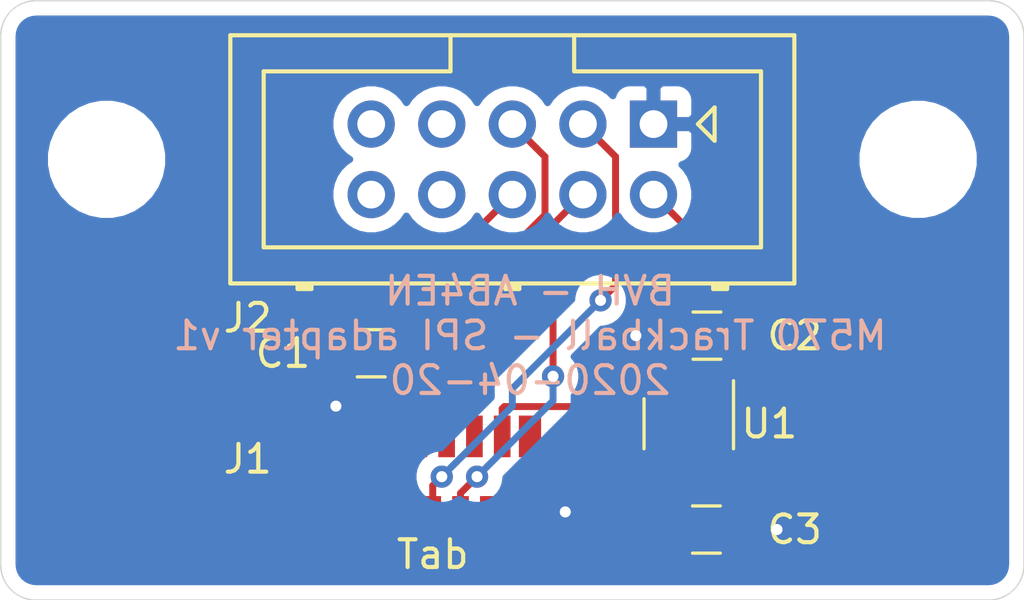
<source format=kicad_pcb>
(kicad_pcb (version 20171130) (host pcbnew 5.1.5-52549c5~86~ubuntu18.04.1)

  (general
    (thickness 1.6)
    (drawings 9)
    (tracks 73)
    (zones 0)
    (modules 8)
    (nets 9)
  )

  (page A4)
  (layers
    (0 F.Cu signal)
    (31 B.Cu signal)
    (32 B.Adhes user)
    (33 F.Adhes user)
    (34 B.Paste user)
    (35 F.Paste user)
    (36 B.SilkS user)
    (37 F.SilkS user)
    (38 B.Mask user)
    (39 F.Mask user)
    (40 Dwgs.User user)
    (41 Cmts.User user)
    (42 Eco1.User user)
    (43 Eco2.User user)
    (44 Edge.Cuts user)
    (45 Margin user)
    (46 B.CrtYd user)
    (47 F.CrtYd user)
    (48 B.Fab user)
    (49 F.Fab user hide)
  )

  (setup
    (last_trace_width 0.25)
    (trace_clearance 0.2)
    (zone_clearance 0.508)
    (zone_45_only no)
    (trace_min 0.2)
    (via_size 0.8)
    (via_drill 0.4)
    (via_min_size 0.4)
    (via_min_drill 0.3)
    (uvia_size 0.3)
    (uvia_drill 0.1)
    (uvias_allowed no)
    (uvia_min_size 0.2)
    (uvia_min_drill 0.1)
    (edge_width 0.05)
    (segment_width 0.2)
    (pcb_text_width 0.3)
    (pcb_text_size 1.5 1.5)
    (mod_edge_width 0.12)
    (mod_text_size 1 1)
    (mod_text_width 0.15)
    (pad_size 1.524 1.524)
    (pad_drill 0.762)
    (pad_to_mask_clearance 0.051)
    (solder_mask_min_width 0.25)
    (aux_axis_origin 0 0)
    (visible_elements FFFFFF7F)
    (pcbplotparams
      (layerselection 0x010fc_ffffffff)
      (usegerberextensions false)
      (usegerberattributes false)
      (usegerberadvancedattributes false)
      (creategerberjobfile false)
      (excludeedgelayer true)
      (linewidth 0.100000)
      (plotframeref false)
      (viasonmask false)
      (mode 1)
      (useauxorigin false)
      (hpglpennumber 1)
      (hpglpenspeed 20)
      (hpglpendiameter 15.000000)
      (psnegative false)
      (psa4output false)
      (plotreference true)
      (plotvalue true)
      (plotinvisibletext false)
      (padsonsilk false)
      (subtractmaskfromsilk false)
      (outputformat 1)
      (mirror false)
      (drillshape 1)
      (scaleselection 1)
      (outputdirectory ""))
  )

  (net 0 "")
  (net 1 "Net-(C1-Pad1)")
  (net 2 GND)
  (net 3 +3V3)
  (net 4 VDD)
  (net 5 ~SS)
  (net 6 MOSI)
  (net 7 SCK)
  (net 8 MISO)

  (net_class Default "This is the default net class."
    (clearance 0.2)
    (trace_width 0.25)
    (via_dia 0.8)
    (via_drill 0.4)
    (uvia_dia 0.3)
    (uvia_drill 0.1)
    (add_net +3V3)
    (add_net GND)
    (add_net MISO)
    (add_net MOSI)
    (add_net "Net-(C1-Pad1)")
    (add_net "Net-(J1-Pad10)")
    (add_net "Net-(J1-Pad2)")
    (add_net "Net-(J2-Pad10)")
    (add_net "Net-(J2-Pad7)")
    (add_net "Net-(J2-Pad8)")
    (add_net "Net-(J2-Pad9)")
    (add_net "Net-(U1-Pad4)")
    (add_net SCK)
    (add_net VDD)
    (add_net ~SS)
  )

  (module Mounting_Holes:MountingHole_3.2mm_M3 (layer F.Cu) (tedit 56D1B4CB) (tstamp 5E9E53DC)
    (at 159.385 120.65)
    (descr "Mounting Hole 3.2mm, no annular, M3")
    (tags "mounting hole 3.2mm no annular m3")
    (attr virtual)
    (fp_text reference REF** (at 0 -4.2) (layer F.SilkS) hide
      (effects (font (size 1 1) (thickness 0.15)))
    )
    (fp_text value MountingHole_3.2mm_M3 (at 0 4.2) (layer F.Fab)
      (effects (font (size 1 1) (thickness 0.15)))
    )
    (fp_circle (center 0 0) (end 3.45 0) (layer F.CrtYd) (width 0.05))
    (fp_circle (center 0 0) (end 3.2 0) (layer Cmts.User) (width 0.15))
    (fp_text user %R (at 0.3 0) (layer F.Fab)
      (effects (font (size 1 1) (thickness 0.15)))
    )
    (pad 1 np_thru_hole circle (at 0 0) (size 3.2 3.2) (drill 3.2) (layers *.Cu *.Mask))
  )

  (module Mounting_Holes:MountingHole_3.2mm_M3 (layer F.Cu) (tedit 56D1B4CB) (tstamp 5E9E53BB)
    (at 130.175 120.65)
    (descr "Mounting Hole 3.2mm, no annular, M3")
    (tags "mounting hole 3.2mm no annular m3")
    (attr virtual)
    (fp_text reference REF** (at 0 -4.2) (layer F.SilkS) hide
      (effects (font (size 1 1) (thickness 0.15)))
    )
    (fp_text value MountingHole_3.2mm_M3 (at 0 4.2) (layer F.Fab)
      (effects (font (size 1 1) (thickness 0.15)))
    )
    (fp_text user %R (at 0.3 0) (layer F.Fab)
      (effects (font (size 1 1) (thickness 0.15)))
    )
    (fp_circle (center 0 0) (end 3.2 0) (layer Cmts.User) (width 0.15))
    (fp_circle (center 0 0) (end 3.45 0) (layer F.CrtYd) (width 0.05))
    (pad 1 np_thru_hole circle (at 0 0) (size 3.2 3.2) (drill 3.2) (layers *.Cu *.Mask))
  )

  (module "Voltage Regulators:SOT-23-5" (layer F.Cu) (tedit 58CE4E7E) (tstamp 5E9E51B8)
    (at 151.13 130.175 270)
    (descr "5-pin SOT25 package")
    (tags SOT-25)
    (path /5E9EF162)
    (attr smd)
    (fp_text reference U1 (at 0 -2.9 180) (layer F.SilkS)
      (effects (font (size 1 1) (thickness 0.15)))
    )
    (fp_text value TLV70022_SOT23-5 (at 0 2.9 90) (layer F.Fab)
      (effects (font (size 1 1) (thickness 0.15)))
    )
    (fp_line (start 0.9 -1.55) (end 0.9 1.55) (layer F.Fab) (width 0.1))
    (fp_line (start 0.9 1.55) (end -0.9 1.55) (layer F.Fab) (width 0.1))
    (fp_line (start -0.9 -0.9) (end -0.9 1.55) (layer F.Fab) (width 0.1))
    (fp_line (start 0.9 -1.55) (end -0.25 -1.55) (layer F.Fab) (width 0.1))
    (fp_line (start -0.9 -0.9) (end -0.25 -1.55) (layer F.Fab) (width 0.1))
    (fp_line (start -1.9 1.8) (end -1.9 -1.8) (layer F.CrtYd) (width 0.05))
    (fp_line (start 1.9 1.8) (end -1.9 1.8) (layer F.CrtYd) (width 0.05))
    (fp_line (start 1.9 -1.8) (end 1.9 1.8) (layer F.CrtYd) (width 0.05))
    (fp_line (start -1.9 -1.8) (end 1.9 -1.8) (layer F.CrtYd) (width 0.05))
    (fp_line (start 0.9 -1.61) (end -1.55 -1.61) (layer F.SilkS) (width 0.12))
    (fp_line (start -0.9 1.61) (end 0.9 1.61) (layer F.SilkS) (width 0.12))
    (fp_text user %R (at 0 0) (layer F.Fab)
      (effects (font (size 0.5 0.5) (thickness 0.075)))
    )
    (pad 5 smd rect (at 1.1 -0.95 270) (size 1.06 0.65) (layers F.Cu F.Paste F.Mask)
      (net 4 VDD))
    (pad 4 smd rect (at 1.1 0.95 270) (size 1.06 0.65) (layers F.Cu F.Paste F.Mask))
    (pad 3 smd rect (at -1.1 0.95 270) (size 1.06 0.65) (layers F.Cu F.Paste F.Mask)
      (net 3 +3V3))
    (pad 2 smd rect (at -1.1 0 270) (size 1.06 0.65) (layers F.Cu F.Paste F.Mask)
      (net 2 GND))
    (pad 1 smd rect (at -1.1 -0.95 270) (size 1.06 0.65) (layers F.Cu F.Paste F.Mask)
      (net 3 +3V3))
    (model ${KISYS3DMOD}/TO_SOT_Packages_SMD.3dshapes/SOT-23-5.wrl
      (at (xyz 0 0 0))
      (scale (xyz 1 1 1))
      (rotate (xyz 0 0 0))
    )
  )

  (module Connectors_Multicomp:Multicomp_MC9A12-1034_2x05x2.54mm_Straight (layer F.Cu) (tedit 56C61E6B) (tstamp 5E9E565F)
    (at 149.86 119.38 180)
    (descr http://www.farnell.com/datasheets/1520732.pdf)
    (tags "connector multicomp MC9A MC9A12")
    (path /5E9F6266)
    (fp_text reference J2 (at 14.605 -6.985) (layer F.SilkS)
      (effects (font (size 1 1) (thickness 0.15)))
    )
    (fp_text value Conn_02x05_Odd_Even (at 5.08 5) (layer F.Fab)
      (effects (font (size 1 1) (thickness 0.15)))
    )
    (fp_line (start -5.07 3.2) (end -5.07 -5.74) (layer F.SilkS) (width 0.15))
    (fp_line (start -5.07 -5.74) (end 15.23 -5.74) (layer F.SilkS) (width 0.15))
    (fp_line (start 15.23 -5.74) (end 15.23 3.2) (layer F.SilkS) (width 0.15))
    (fp_line (start 15.23 3.2) (end -5.07 3.2) (layer F.SilkS) (width 0.15))
    (fp_line (start 2.855 3.2) (end 2.855 1.9) (layer F.SilkS) (width 0.15))
    (fp_line (start 2.855 1.9) (end -3.87 1.9) (layer F.SilkS) (width 0.15))
    (fp_line (start -3.87 1.9) (end -3.87 -4.44) (layer F.SilkS) (width 0.15))
    (fp_line (start -3.87 -4.44) (end 14.03 -4.44) (layer F.SilkS) (width 0.15))
    (fp_line (start 14.03 -4.44) (end 14.03 1.9) (layer F.SilkS) (width 0.15))
    (fp_line (start 14.03 1.9) (end 7.305 1.9) (layer F.SilkS) (width 0.15))
    (fp_line (start 7.305 1.9) (end 7.305 3.2) (layer F.SilkS) (width 0.15))
    (fp_line (start 4.83 -5.74) (end 4.83 -5.94) (layer F.SilkS) (width 0.15))
    (fp_line (start 4.83 -5.94) (end 5.33 -5.94) (layer F.SilkS) (width 0.15))
    (fp_line (start 5.33 -5.94) (end 5.33 -5.74) (layer F.SilkS) (width 0.15))
    (fp_line (start 4.83 -5.84) (end 5.33 -5.84) (layer F.SilkS) (width 0.15))
    (fp_line (start 12.31 -5.74) (end 12.31 -5.94) (layer F.SilkS) (width 0.15))
    (fp_line (start 12.31 -5.94) (end 12.81 -5.94) (layer F.SilkS) (width 0.15))
    (fp_line (start 12.81 -5.94) (end 12.81 -5.74) (layer F.SilkS) (width 0.15))
    (fp_line (start 12.31 -5.84) (end 12.81 -5.84) (layer F.SilkS) (width 0.15))
    (fp_line (start -2.65 -5.74) (end -2.65 -5.94) (layer F.SilkS) (width 0.15))
    (fp_line (start -2.65 -5.94) (end -2.15 -5.94) (layer F.SilkS) (width 0.15))
    (fp_line (start -2.15 -5.94) (end -2.15 -5.74) (layer F.SilkS) (width 0.15))
    (fp_line (start -2.65 -5.84) (end -2.15 -5.84) (layer F.SilkS) (width 0.15))
    (fp_line (start -2.2 0.6) (end -2.2 -0.6) (layer F.SilkS) (width 0.15))
    (fp_line (start -2.2 -0.6) (end -1.6 0) (layer F.SilkS) (width 0.15))
    (fp_line (start -1.6 0) (end -2.2 0.6) (layer F.SilkS) (width 0.15))
    (fp_line (start -5.55 3.7) (end -5.55 -6.25) (layer F.CrtYd) (width 0.05))
    (fp_line (start -5.55 -6.25) (end 15.75 -6.25) (layer F.CrtYd) (width 0.05))
    (fp_line (start 15.75 -6.25) (end 15.75 3.7) (layer F.CrtYd) (width 0.05))
    (fp_line (start 15.75 3.7) (end -5.55 3.7) (layer F.CrtYd) (width 0.05))
    (pad 1 thru_hole rect (at 0 0 180) (size 1.7 1.7) (drill 1) (layers *.Cu *.Mask)
      (net 2 GND))
    (pad 2 thru_hole circle (at 0 -2.54 180) (size 1.7 1.7) (drill 1) (layers *.Cu *.Mask)
      (net 3 +3V3))
    (pad 3 thru_hole circle (at 2.54 0 180) (size 1.7 1.7) (drill 1) (layers *.Cu *.Mask)
      (net 5 ~SS))
    (pad 4 thru_hole circle (at 2.54 -2.54 180) (size 1.7 1.7) (drill 1) (layers *.Cu *.Mask)
      (net 6 MOSI))
    (pad 5 thru_hole circle (at 5.08 0 180) (size 1.7 1.7) (drill 1) (layers *.Cu *.Mask)
      (net 8 MISO))
    (pad 6 thru_hole circle (at 5.08 -2.54 180) (size 1.7 1.7) (drill 1) (layers *.Cu *.Mask)
      (net 7 SCK))
    (pad 7 thru_hole circle (at 7.62 0 180) (size 1.7 1.7) (drill 1) (layers *.Cu *.Mask))
    (pad 8 thru_hole circle (at 7.62 -2.54 180) (size 1.7 1.7) (drill 1) (layers *.Cu *.Mask))
    (pad 9 thru_hole circle (at 10.16 0 180) (size 1.7 1.7) (drill 1) (layers *.Cu *.Mask))
    (pad 10 thru_hole circle (at 10.16 -2.54 180) (size 1.7 1.7) (drill 1) (layers *.Cu *.Mask))
  )

  (module FPC_Connectors:Molex_WM10984CT-ND (layer F.Cu) (tedit 5DD6A805) (tstamp 5E9E4B74)
    (at 145.415 132.08 180)
    (path /5E9E5530)
    (fp_text reference J1 (at 10.16 0.635 180) (layer F.SilkS)
      (effects (font (size 1 1) (thickness 0.15)))
    )
    (fp_text value WM10984CT (at 3.5 -2.9) (layer F.Fab)
      (effects (font (size 1 1) (thickness 0.15)))
    )
    (fp_line (start 9.2 1.7) (end 8.2 1.7) (layer Dwgs.User) (width 0.12))
    (fp_line (start 9.2 -2.3) (end 9.2 1.7) (layer Dwgs.User) (width 0.12))
    (fp_line (start 8 -3.5) (end 9.2 -2.3) (layer Dwgs.User) (width 0.12))
    (fp_line (start -2 -3.5) (end 8 -3.5) (layer Dwgs.User) (width 0.12))
    (fp_line (start -3.1 -2.4) (end -2 -3.5) (layer Dwgs.User) (width 0.12))
    (fp_line (start -3.1 1.7) (end -3.1 -2.4) (layer Dwgs.User) (width 0.12))
    (fp_line (start -1.7 1.7) (end -3.1 1.7) (layer Dwgs.User) (width 0.12))
    (fp_text user Tab (at 3.5 -2.8) (layer F.SilkS)
      (effects (font (size 1 1) (thickness 0.15)))
    )
    (fp_line (start 8.2 1.7) (end -1.7 1.7) (layer Dwgs.User) (width 0.15))
    (fp_line (start -1.7 -1.7) (end 8.2 -1.7) (layer Dwgs.User) (width 0.15))
    (fp_line (start 8.2 -1.7) (end 8.2 1.7) (layer Dwgs.User) (width 0.15))
    (fp_line (start -1.7 -1.7) (end -1.7 1.7) (layer Dwgs.User) (width 0.15))
    (pad 11 smd rect (at 6.5 1.45 180) (size 0.8 1.5) (layers F.Cu F.Paste F.Mask)
      (net 2 GND))
    (pad 11 smd rect (at 6.5 -1.45 180) (size 0.8 1.5) (layers F.Cu F.Paste F.Mask)
      (net 2 GND))
    (pad 10 smd rect (at 5.5 -1.45 180) (size 0.6 1.5) (layers F.Cu F.Paste F.Mask))
    (pad 8 smd rect (at 4.5 -1.45 180) (size 0.6 1.5) (layers F.Cu F.Paste F.Mask)
      (net 2 GND))
    (pad 6 smd rect (at 3.5 -1.45 180) (size 0.6 1.5) (layers F.Cu F.Paste F.Mask)
      (net 5 ~SS))
    (pad 4 smd rect (at 2.5 -1.45 180) (size 0.6 1.5) (layers F.Cu F.Paste F.Mask)
      (net 6 MOSI))
    (pad 2 smd rect (at 1.5 -1.45 180) (size 0.6 1.5) (layers F.Cu F.Paste F.Mask))
    (pad 9 smd rect (at 5 1.45 180) (size 0.6 1.5) (layers F.Cu F.Paste F.Mask)
      (net 2 GND))
    (pad 7 smd rect (at 4 1.45 180) (size 0.6 1.5) (layers F.Cu F.Paste F.Mask)
      (net 1 "Net-(C1-Pad1)"))
    (pad 5 smd rect (at 3 1.45 180) (size 0.6 1.5) (layers F.Cu F.Paste F.Mask)
      (net 7 SCK))
    (pad 3 smd rect (at 2 1.45 180) (size 0.6 1.5) (layers F.Cu F.Paste F.Mask)
      (net 8 MISO))
    (pad 1 smd rect (at 1 1.45 180) (size 0.6 1.5) (layers F.Cu F.Paste F.Mask)
      (net 4 VDD))
    (pad 11 smd rect (at 0 1.45 180) (size 0.8 1.5) (layers F.Cu F.Paste F.Mask)
      (net 2 GND))
    (pad 11 smd rect (at 0 -1.45 180) (size 0.8 1.5) (layers F.Cu F.Paste F.Mask)
      (net 2 GND))
  )

  (module Capacitors_SMD:C_0805_HandSoldering (layer F.Cu) (tedit 58AA84A8) (tstamp 5E9E4B56)
    (at 151.765 133.985)
    (descr "Capacitor SMD 0805, hand soldering")
    (tags "capacitor 0805")
    (path /5E9F25D8)
    (attr smd)
    (fp_text reference C3 (at 3.175 0) (layer F.SilkS)
      (effects (font (size 1 1) (thickness 0.15)))
    )
    (fp_text value 0.1uF (at 0 1.75) (layer F.Fab)
      (effects (font (size 1 1) (thickness 0.15)))
    )
    (fp_text user %R (at 0 -1.75) (layer F.Fab)
      (effects (font (size 1 1) (thickness 0.15)))
    )
    (fp_line (start -1 0.62) (end -1 -0.62) (layer F.Fab) (width 0.1))
    (fp_line (start 1 0.62) (end -1 0.62) (layer F.Fab) (width 0.1))
    (fp_line (start 1 -0.62) (end 1 0.62) (layer F.Fab) (width 0.1))
    (fp_line (start -1 -0.62) (end 1 -0.62) (layer F.Fab) (width 0.1))
    (fp_line (start 0.5 -0.85) (end -0.5 -0.85) (layer F.SilkS) (width 0.12))
    (fp_line (start -0.5 0.85) (end 0.5 0.85) (layer F.SilkS) (width 0.12))
    (fp_line (start -2.25 -0.88) (end 2.25 -0.88) (layer F.CrtYd) (width 0.05))
    (fp_line (start -2.25 -0.88) (end -2.25 0.87) (layer F.CrtYd) (width 0.05))
    (fp_line (start 2.25 0.87) (end 2.25 -0.88) (layer F.CrtYd) (width 0.05))
    (fp_line (start 2.25 0.87) (end -2.25 0.87) (layer F.CrtYd) (width 0.05))
    (pad 1 smd rect (at -1.25 0) (size 1.5 1.25) (layers F.Cu F.Paste F.Mask)
      (net 4 VDD))
    (pad 2 smd rect (at 1.25 0) (size 1.5 1.25) (layers F.Cu F.Paste F.Mask)
      (net 2 GND))
    (model Capacitors_SMD.3dshapes/C_0805.wrl
      (at (xyz 0 0 0))
      (scale (xyz 1 1 1))
      (rotate (xyz 0 0 0))
    )
  )

  (module Capacitors_SMD:C_0805_HandSoldering (layer F.Cu) (tedit 58AA84A8) (tstamp 5E9E4B53)
    (at 151.785 127 180)
    (descr "Capacitor SMD 0805, hand soldering")
    (tags "capacitor 0805")
    (path /5E9F3091)
    (attr smd)
    (fp_text reference C2 (at -3.155 0) (layer F.SilkS)
      (effects (font (size 1 1) (thickness 0.15)))
    )
    (fp_text value 0.1uF (at 0 1.75) (layer F.Fab)
      (effects (font (size 1 1) (thickness 0.15)))
    )
    (fp_text user %R (at 0 -1.75) (layer F.Fab)
      (effects (font (size 1 1) (thickness 0.15)))
    )
    (fp_line (start -1 0.62) (end -1 -0.62) (layer F.Fab) (width 0.1))
    (fp_line (start 1 0.62) (end -1 0.62) (layer F.Fab) (width 0.1))
    (fp_line (start 1 -0.62) (end 1 0.62) (layer F.Fab) (width 0.1))
    (fp_line (start -1 -0.62) (end 1 -0.62) (layer F.Fab) (width 0.1))
    (fp_line (start 0.5 -0.85) (end -0.5 -0.85) (layer F.SilkS) (width 0.12))
    (fp_line (start -0.5 0.85) (end 0.5 0.85) (layer F.SilkS) (width 0.12))
    (fp_line (start -2.25 -0.88) (end 2.25 -0.88) (layer F.CrtYd) (width 0.05))
    (fp_line (start -2.25 -0.88) (end -2.25 0.87) (layer F.CrtYd) (width 0.05))
    (fp_line (start 2.25 0.87) (end 2.25 -0.88) (layer F.CrtYd) (width 0.05))
    (fp_line (start 2.25 0.87) (end -2.25 0.87) (layer F.CrtYd) (width 0.05))
    (pad 1 smd rect (at -1.25 0 180) (size 1.5 1.25) (layers F.Cu F.Paste F.Mask)
      (net 3 +3V3))
    (pad 2 smd rect (at 1.25 0 180) (size 1.5 1.25) (layers F.Cu F.Paste F.Mask)
      (net 2 GND))
    (model Capacitors_SMD.3dshapes/C_0805.wrl
      (at (xyz 0 0 0))
      (scale (xyz 1 1 1))
      (rotate (xyz 0 0 0))
    )
  )

  (module Capacitors_SMD:C_0805_HandSoldering (layer F.Cu) (tedit 58AA84A8) (tstamp 5E9E4B50)
    (at 139.7 127.635 180)
    (descr "Capacitor SMD 0805, hand soldering")
    (tags "capacitor 0805")
    (path /5E9E6C87)
    (attr smd)
    (fp_text reference C1 (at 3.175 0) (layer F.SilkS)
      (effects (font (size 1 1) (thickness 0.15)))
    )
    (fp_text value 0.1uF (at 0 1.75) (layer F.Fab)
      (effects (font (size 1 1) (thickness 0.15)))
    )
    (fp_text user %R (at 0 -1.75) (layer F.Fab)
      (effects (font (size 1 1) (thickness 0.15)))
    )
    (fp_line (start -1 0.62) (end -1 -0.62) (layer F.Fab) (width 0.1))
    (fp_line (start 1 0.62) (end -1 0.62) (layer F.Fab) (width 0.1))
    (fp_line (start 1 -0.62) (end 1 0.62) (layer F.Fab) (width 0.1))
    (fp_line (start -1 -0.62) (end 1 -0.62) (layer F.Fab) (width 0.1))
    (fp_line (start 0.5 -0.85) (end -0.5 -0.85) (layer F.SilkS) (width 0.12))
    (fp_line (start -0.5 0.85) (end 0.5 0.85) (layer F.SilkS) (width 0.12))
    (fp_line (start -2.25 -0.88) (end 2.25 -0.88) (layer F.CrtYd) (width 0.05))
    (fp_line (start -2.25 -0.88) (end -2.25 0.87) (layer F.CrtYd) (width 0.05))
    (fp_line (start 2.25 0.87) (end 2.25 -0.88) (layer F.CrtYd) (width 0.05))
    (fp_line (start 2.25 0.87) (end -2.25 0.87) (layer F.CrtYd) (width 0.05))
    (pad 1 smd rect (at -1.25 0 180) (size 1.5 1.25) (layers F.Cu F.Paste F.Mask)
      (net 1 "Net-(C1-Pad1)"))
    (pad 2 smd rect (at 1.25 0 180) (size 1.5 1.25) (layers F.Cu F.Paste F.Mask)
      (net 2 GND))
    (model Capacitors_SMD.3dshapes/C_0805.wrl
      (at (xyz 0 0 0))
      (scale (xyz 1 1 1))
      (rotate (xyz 0 0 0))
    )
  )

  (gr_text "BVH - AB4EN\nM570 Trackball - SPI adapter v1\n2020-04-20" (at 145.415 127) (layer B.SilkS)
    (effects (font (size 1 1) (thickness 0.15)) (justify mirror))
  )
  (gr_arc (start 127.635 135.255) (end 126.365 135.255) (angle -90) (layer Edge.Cuts) (width 0.05))
  (gr_arc (start 161.925 135.255) (end 161.925 136.525) (angle -90) (layer Edge.Cuts) (width 0.05))
  (gr_arc (start 161.925 116.205) (end 163.195 116.205) (angle -90) (layer Edge.Cuts) (width 0.05))
  (gr_arc (start 127.635 116.205) (end 127.635 114.935) (angle -90) (layer Edge.Cuts) (width 0.05))
  (gr_line (start 127.635 136.525) (end 161.925 136.525) (layer Edge.Cuts) (width 0.05))
  (gr_line (start 163.195 116.205) (end 163.195 135.255) (layer Edge.Cuts) (width 0.05))
  (gr_line (start 126.365 135.255) (end 126.365 116.205) (layer Edge.Cuts) (width 0.05) (tstamp 5E9E5ADD))
  (gr_line (start 127.635 114.935) (end 161.925 114.935) (layer Edge.Cuts) (width 0.05))

  (segment (start 140.95 128.51) (end 141.415 128.975) (width 0.25) (layer F.Cu) (net 1))
  (segment (start 141.415 129.63) (end 141.415 130.63) (width 0.25) (layer F.Cu) (net 1))
  (segment (start 141.415 128.975) (end 141.415 129.63) (width 0.25) (layer F.Cu) (net 1))
  (segment (start 140.95 127.635) (end 140.95 128.51) (width 0.25) (layer F.Cu) (net 1))
  (segment (start 140.415 130.63) (end 138.915 130.63) (width 0.25) (layer F.Cu) (net 2))
  (segment (start 138.915 128.1) (end 138.45 127.635) (width 0.25) (layer F.Cu) (net 2))
  (segment (start 138.915 130.63) (end 138.915 128.1) (width 0.25) (layer F.Cu) (net 2))
  (segment (start 140.415 131.63) (end 140.415 130.63) (width 0.25) (layer F.Cu) (net 2))
  (segment (start 140.415 132.03) (end 140.415 131.63) (width 0.25) (layer F.Cu) (net 2))
  (segment (start 140.915 132.53) (end 140.415 132.03) (width 0.25) (layer F.Cu) (net 2))
  (segment (start 140.915 133.53) (end 140.915 132.53) (width 0.25) (layer F.Cu) (net 2))
  (segment (start 138.915 133.53) (end 138.915 130.63) (width 0.25) (layer F.Cu) (net 2))
  (segment (start 145.415 132.53) (end 145.415 130.63) (width 0.25) (layer F.Cu) (net 2))
  (segment (start 145.415 133.53) (end 145.415 132.53) (width 0.25) (layer F.Cu) (net 2))
  (segment (start 138.915 130.63) (end 138.915 130.025) (width 0.25) (layer F.Cu) (net 2))
  (via (at 138.43 129.54) (size 0.8) (drill 0.4) (layers F.Cu B.Cu) (net 2))
  (segment (start 138.915 130.025) (end 138.43 129.54) (width 0.25) (layer F.Cu) (net 2))
  (segment (start 151.13 127.595) (end 150.535 127) (width 0.25) (layer F.Cu) (net 2))
  (segment (start 151.13 129.075) (end 151.13 127.595) (width 0.25) (layer F.Cu) (net 2))
  (via (at 149.225 127) (size 0.8) (drill 0.4) (layers F.Cu B.Cu) (net 2))
  (segment (start 150.535 127) (end 149.225 127) (width 0.25) (layer F.Cu) (net 2))
  (via (at 154.305 133.985) (size 0.8) (drill 0.4) (layers F.Cu B.Cu) (net 2))
  (segment (start 153.015 133.985) (end 154.305 133.985) (width 0.25) (layer F.Cu) (net 2))
  (segment (start 145.415 133.53) (end 146.505 133.53) (width 0.25) (layer F.Cu) (net 2))
  (via (at 146.685 133.35) (size 0.8) (drill 0.4) (layers F.Cu B.Cu) (net 2))
  (segment (start 146.505 133.53) (end 146.685 133.35) (width 0.25) (layer F.Cu) (net 2))
  (segment (start 153.035 125.095) (end 149.86 121.92) (width 0.25) (layer F.Cu) (net 3))
  (segment (start 153.035 127) (end 153.035 125.095) (width 0.25) (layer F.Cu) (net 3))
  (segment (start 152.91 127) (end 153.035 127) (width 0.25) (layer F.Cu) (net 3))
  (segment (start 152.035 127.91) (end 152.035 127.875) (width 0.25) (layer F.Cu) (net 3))
  (segment (start 152.08 127.955) (end 152.035 127.91) (width 0.25) (layer F.Cu) (net 3))
  (segment (start 152.035 127.875) (end 152.91 127) (width 0.25) (layer F.Cu) (net 3))
  (segment (start 152.08 129.075) (end 152.08 127.955) (width 0.25) (layer F.Cu) (net 3))
  (segment (start 152.004999 129.930001) (end 150.255001 129.930001) (width 0.25) (layer F.Cu) (net 3))
  (segment (start 150.18 129.855) (end 150.18 129.075) (width 0.25) (layer F.Cu) (net 3))
  (segment (start 152.08 129.855) (end 152.004999 129.930001) (width 0.25) (layer F.Cu) (net 3))
  (segment (start 150.255001 129.930001) (end 150.18 129.855) (width 0.25) (layer F.Cu) (net 3))
  (segment (start 152.08 129.075) (end 152.08 129.855) (width 0.25) (layer F.Cu) (net 3))
  (segment (start 151.505 131.275) (end 152.08 131.275) (width 0.25) (layer F.Cu) (net 4))
  (segment (start 150.515 132.265) (end 151.505 131.275) (width 0.25) (layer F.Cu) (net 4))
  (segment (start 150.515 133.985) (end 150.515 132.265) (width 0.25) (layer F.Cu) (net 4))
  (segment (start 144.415 129.63) (end 144.415 130.63) (width 0.25) (layer F.Cu) (net 4))
  (segment (start 144.490001 129.554999) (end 144.415 129.63) (width 0.25) (layer F.Cu) (net 4))
  (segment (start 146.959999 129.554999) (end 144.490001 129.554999) (width 0.25) (layer F.Cu) (net 4))
  (segment (start 150.515 133.11) (end 146.959999 129.554999) (width 0.25) (layer F.Cu) (net 4))
  (segment (start 150.515 133.985) (end 150.515 133.11) (width 0.25) (layer F.Cu) (net 4))
  (via (at 142.24 132.08) (size 0.8) (drill 0.4) (layers F.Cu B.Cu) (net 5))
  (segment (start 141.915 133.53) (end 141.915 132.405) (width 0.25) (layer F.Cu) (net 5))
  (segment (start 141.915 132.405) (end 142.24 132.08) (width 0.25) (layer F.Cu) (net 5))
  (segment (start 142.24 132.08) (end 144.78 129.54) (width 0.25) (layer B.Cu) (net 5))
  (via (at 147.955 125.73) (size 0.8) (drill 0.4) (layers F.Cu B.Cu) (net 5))
  (segment (start 144.78 128.905) (end 147.955 125.73) (width 0.25) (layer B.Cu) (net 5))
  (segment (start 144.78 129.54) (end 144.78 128.905) (width 0.25) (layer B.Cu) (net 5))
  (segment (start 148.169999 120.229999) (end 147.32 119.38) (width 0.25) (layer F.Cu) (net 5))
  (segment (start 148.495001 120.555001) (end 148.169999 120.229999) (width 0.25) (layer F.Cu) (net 5))
  (segment (start 148.495001 125.189999) (end 148.495001 120.555001) (width 0.25) (layer F.Cu) (net 5))
  (segment (start 147.955 125.73) (end 148.495001 125.189999) (width 0.25) (layer F.Cu) (net 5))
  (via (at 143.51 132.08) (size 0.8) (drill 0.4) (layers F.Cu B.Cu) (net 6))
  (segment (start 142.915 133.53) (end 142.915 132.675) (width 0.25) (layer F.Cu) (net 6))
  (segment (start 142.915 132.675) (end 143.51 132.08) (width 0.25) (layer F.Cu) (net 6))
  (segment (start 146.24516 129.34484) (end 146.24516 128.46516) (width 0.25) (layer B.Cu) (net 6))
  (segment (start 146.24516 127.899475) (end 146.24516 128.46516) (width 0.25) (layer F.Cu) (net 6))
  (segment (start 147.32 121.92) (end 146.24516 122.99484) (width 0.25) (layer F.Cu) (net 6))
  (segment (start 143.51 132.08) (end 146.24516 129.34484) (width 0.25) (layer B.Cu) (net 6))
  (segment (start 146.24516 122.99484) (end 146.24516 127.899475) (width 0.25) (layer F.Cu) (net 6))
  (via (at 146.24516 128.46516) (size 0.8) (drill 0.4) (layers F.Cu B.Cu) (net 6))
  (segment (start 142.415 124.285) (end 144.78 121.92) (width 0.25) (layer F.Cu) (net 7))
  (segment (start 142.415 130.63) (end 142.415 124.285) (width 0.25) (layer F.Cu) (net 7))
  (segment (start 145.955001 122.648589) (end 145.955001 120.555001) (width 0.25) (layer F.Cu) (net 8))
  (segment (start 143.415 125.18859) (end 145.955001 122.648589) (width 0.25) (layer F.Cu) (net 8))
  (segment (start 143.415 130.63) (end 143.415 125.18859) (width 0.25) (layer F.Cu) (net 8))
  (segment (start 145.629999 120.229999) (end 144.78 119.38) (width 0.25) (layer F.Cu) (net 8))
  (segment (start 145.955001 120.555001) (end 145.629999 120.229999) (width 0.25) (layer F.Cu) (net 8))

  (zone (net 2) (net_name GND) (layer B.Cu) (tstamp 5E9E5AC7) (hatch edge 0.508)
    (connect_pads (clearance 0.508))
    (min_thickness 0.254)
    (fill yes (arc_segments 32) (thermal_gap 0.508) (thermal_bridge_width 0.508))
    (polygon
      (pts
        (xy 163.195 136.525) (xy 126.365 136.525) (xy 126.365 114.935) (xy 163.195 114.935)
      )
    )
    (filled_polygon
      (pts
        (xy 162.042869 115.609722) (xy 162.156246 115.643953) (xy 162.260819 115.699555) (xy 162.352596 115.774407) (xy 162.428091 115.865664)
        (xy 162.484419 115.969844) (xy 162.51944 116.082976) (xy 162.535 116.231022) (xy 162.535001 135.222711) (xy 162.520278 135.372869)
        (xy 162.486047 135.486246) (xy 162.430446 135.590817) (xy 162.355594 135.682595) (xy 162.264335 135.758091) (xy 162.16016 135.814419)
        (xy 162.047024 135.84944) (xy 161.898979 135.865) (xy 127.667279 135.865) (xy 127.517131 135.850278) (xy 127.403754 135.816047)
        (xy 127.299183 135.760446) (xy 127.207405 135.685594) (xy 127.131909 135.594335) (xy 127.075581 135.49016) (xy 127.04056 135.377024)
        (xy 127.025 135.228979) (xy 127.025 131.978061) (xy 141.205 131.978061) (xy 141.205 132.181939) (xy 141.244774 132.381898)
        (xy 141.322795 132.570256) (xy 141.436063 132.739774) (xy 141.580226 132.883937) (xy 141.749744 132.997205) (xy 141.938102 133.075226)
        (xy 142.138061 133.115) (xy 142.341939 133.115) (xy 142.541898 133.075226) (xy 142.730256 132.997205) (xy 142.875 132.90049)
        (xy 143.019744 132.997205) (xy 143.208102 133.075226) (xy 143.408061 133.115) (xy 143.611939 133.115) (xy 143.811898 133.075226)
        (xy 144.000256 132.997205) (xy 144.169774 132.883937) (xy 144.313937 132.739774) (xy 144.427205 132.570256) (xy 144.505226 132.381898)
        (xy 144.545 132.181939) (xy 144.545 132.119801) (xy 146.756164 129.908638) (xy 146.785161 129.884841) (xy 146.880134 129.769116)
        (xy 146.950706 129.637087) (xy 146.994163 129.493826) (xy 147.00516 129.382173) (xy 147.00516 129.382164) (xy 147.008836 129.344841)
        (xy 147.00516 129.307518) (xy 147.00516 129.168871) (xy 147.049097 129.124934) (xy 147.162365 128.955416) (xy 147.240386 128.767058)
        (xy 147.28016 128.567099) (xy 147.28016 128.363221) (xy 147.240386 128.163262) (xy 147.162365 127.974904) (xy 147.049097 127.805386)
        (xy 147.001756 127.758045) (xy 147.994802 126.765) (xy 148.056939 126.765) (xy 148.256898 126.725226) (xy 148.445256 126.647205)
        (xy 148.614774 126.533937) (xy 148.758937 126.389774) (xy 148.872205 126.220256) (xy 148.950226 126.031898) (xy 148.99 125.831939)
        (xy 148.99 125.628061) (xy 148.950226 125.428102) (xy 148.872205 125.239744) (xy 148.758937 125.070226) (xy 148.614774 124.926063)
        (xy 148.445256 124.812795) (xy 148.256898 124.734774) (xy 148.056939 124.695) (xy 147.853061 124.695) (xy 147.653102 124.734774)
        (xy 147.464744 124.812795) (xy 147.295226 124.926063) (xy 147.151063 125.070226) (xy 147.037795 125.239744) (xy 146.959774 125.428102)
        (xy 146.92 125.628061) (xy 146.92 125.690198) (xy 144.268998 128.341201) (xy 144.24 128.364999) (xy 144.216202 128.393997)
        (xy 144.216201 128.393998) (xy 144.145026 128.480724) (xy 144.099037 128.566764) (xy 144.074454 128.612753) (xy 144.030997 128.756014)
        (xy 144.02 128.867667) (xy 144.02 128.867678) (xy 144.016324 128.905) (xy 144.02 128.942322) (xy 144.02 129.225197)
        (xy 142.200199 131.045) (xy 142.138061 131.045) (xy 141.938102 131.084774) (xy 141.749744 131.162795) (xy 141.580226 131.276063)
        (xy 141.436063 131.420226) (xy 141.322795 131.589744) (xy 141.244774 131.778102) (xy 141.205 131.978061) (xy 127.025 131.978061)
        (xy 127.025 120.429872) (xy 127.94 120.429872) (xy 127.94 120.870128) (xy 128.02589 121.301925) (xy 128.194369 121.708669)
        (xy 128.438962 122.074729) (xy 128.750271 122.386038) (xy 129.116331 122.630631) (xy 129.523075 122.79911) (xy 129.954872 122.885)
        (xy 130.395128 122.885) (xy 130.826925 122.79911) (xy 131.233669 122.630631) (xy 131.599729 122.386038) (xy 131.911038 122.074729)
        (xy 132.155631 121.708669) (xy 132.32411 121.301925) (xy 132.41 120.870128) (xy 132.41 120.429872) (xy 132.32411 119.998075)
        (xy 132.155631 119.591331) (xy 131.916697 119.23374) (xy 138.215 119.23374) (xy 138.215 119.52626) (xy 138.272068 119.813158)
        (xy 138.38401 120.083411) (xy 138.546525 120.326632) (xy 138.753368 120.533475) (xy 138.92776 120.65) (xy 138.753368 120.766525)
        (xy 138.546525 120.973368) (xy 138.38401 121.216589) (xy 138.272068 121.486842) (xy 138.215 121.77374) (xy 138.215 122.06626)
        (xy 138.272068 122.353158) (xy 138.38401 122.623411) (xy 138.546525 122.866632) (xy 138.753368 123.073475) (xy 138.996589 123.23599)
        (xy 139.266842 123.347932) (xy 139.55374 123.405) (xy 139.84626 123.405) (xy 140.133158 123.347932) (xy 140.403411 123.23599)
        (xy 140.646632 123.073475) (xy 140.853475 122.866632) (xy 140.97 122.69224) (xy 141.086525 122.866632) (xy 141.293368 123.073475)
        (xy 141.536589 123.23599) (xy 141.806842 123.347932) (xy 142.09374 123.405) (xy 142.38626 123.405) (xy 142.673158 123.347932)
        (xy 142.943411 123.23599) (xy 143.186632 123.073475) (xy 143.393475 122.866632) (xy 143.51 122.69224) (xy 143.626525 122.866632)
        (xy 143.833368 123.073475) (xy 144.076589 123.23599) (xy 144.346842 123.347932) (xy 144.63374 123.405) (xy 144.92626 123.405)
        (xy 145.213158 123.347932) (xy 145.483411 123.23599) (xy 145.726632 123.073475) (xy 145.933475 122.866632) (xy 146.05 122.69224)
        (xy 146.166525 122.866632) (xy 146.373368 123.073475) (xy 146.616589 123.23599) (xy 146.886842 123.347932) (xy 147.17374 123.405)
        (xy 147.46626 123.405) (xy 147.753158 123.347932) (xy 148.023411 123.23599) (xy 148.266632 123.073475) (xy 148.473475 122.866632)
        (xy 148.59 122.69224) (xy 148.706525 122.866632) (xy 148.913368 123.073475) (xy 149.156589 123.23599) (xy 149.426842 123.347932)
        (xy 149.71374 123.405) (xy 150.00626 123.405) (xy 150.293158 123.347932) (xy 150.563411 123.23599) (xy 150.806632 123.073475)
        (xy 151.013475 122.866632) (xy 151.17599 122.623411) (xy 151.287932 122.353158) (xy 151.345 122.06626) (xy 151.345 121.77374)
        (xy 151.287932 121.486842) (xy 151.17599 121.216589) (xy 151.013475 120.973368) (xy 150.88162 120.841513) (xy 150.95418 120.819502)
        (xy 151.064494 120.760537) (xy 151.161185 120.681185) (xy 151.240537 120.584494) (xy 151.299502 120.47418) (xy 151.312942 120.429872)
        (xy 157.15 120.429872) (xy 157.15 120.870128) (xy 157.23589 121.301925) (xy 157.404369 121.708669) (xy 157.648962 122.074729)
        (xy 157.960271 122.386038) (xy 158.326331 122.630631) (xy 158.733075 122.79911) (xy 159.164872 122.885) (xy 159.605128 122.885)
        (xy 160.036925 122.79911) (xy 160.443669 122.630631) (xy 160.809729 122.386038) (xy 161.121038 122.074729) (xy 161.365631 121.708669)
        (xy 161.53411 121.301925) (xy 161.62 120.870128) (xy 161.62 120.429872) (xy 161.53411 119.998075) (xy 161.365631 119.591331)
        (xy 161.121038 119.225271) (xy 160.809729 118.913962) (xy 160.443669 118.669369) (xy 160.036925 118.50089) (xy 159.605128 118.415)
        (xy 159.164872 118.415) (xy 158.733075 118.50089) (xy 158.326331 118.669369) (xy 157.960271 118.913962) (xy 157.648962 119.225271)
        (xy 157.404369 119.591331) (xy 157.23589 119.998075) (xy 157.15 120.429872) (xy 151.312942 120.429872) (xy 151.335812 120.354482)
        (xy 151.348072 120.23) (xy 151.345 119.66575) (xy 151.18625 119.507) (xy 149.987 119.507) (xy 149.987 119.527)
        (xy 149.733 119.527) (xy 149.733 119.507) (xy 149.713 119.507) (xy 149.713 119.253) (xy 149.733 119.253)
        (xy 149.733 118.05375) (xy 149.987 118.05375) (xy 149.987 119.253) (xy 151.18625 119.253) (xy 151.345 119.09425)
        (xy 151.348072 118.53) (xy 151.335812 118.405518) (xy 151.299502 118.28582) (xy 151.240537 118.175506) (xy 151.161185 118.078815)
        (xy 151.064494 117.999463) (xy 150.95418 117.940498) (xy 150.834482 117.904188) (xy 150.71 117.891928) (xy 150.14575 117.895)
        (xy 149.987 118.05375) (xy 149.733 118.05375) (xy 149.57425 117.895) (xy 149.01 117.891928) (xy 148.885518 117.904188)
        (xy 148.76582 117.940498) (xy 148.655506 117.999463) (xy 148.558815 118.078815) (xy 148.479463 118.175506) (xy 148.420498 118.28582)
        (xy 148.398487 118.35838) (xy 148.266632 118.226525) (xy 148.023411 118.06401) (xy 147.753158 117.952068) (xy 147.46626 117.895)
        (xy 147.17374 117.895) (xy 146.886842 117.952068) (xy 146.616589 118.06401) (xy 146.373368 118.226525) (xy 146.166525 118.433368)
        (xy 146.05 118.60776) (xy 145.933475 118.433368) (xy 145.726632 118.226525) (xy 145.483411 118.06401) (xy 145.213158 117.952068)
        (xy 144.92626 117.895) (xy 144.63374 117.895) (xy 144.346842 117.952068) (xy 144.076589 118.06401) (xy 143.833368 118.226525)
        (xy 143.626525 118.433368) (xy 143.51 118.60776) (xy 143.393475 118.433368) (xy 143.186632 118.226525) (xy 142.943411 118.06401)
        (xy 142.673158 117.952068) (xy 142.38626 117.895) (xy 142.09374 117.895) (xy 141.806842 117.952068) (xy 141.536589 118.06401)
        (xy 141.293368 118.226525) (xy 141.086525 118.433368) (xy 140.97 118.60776) (xy 140.853475 118.433368) (xy 140.646632 118.226525)
        (xy 140.403411 118.06401) (xy 140.133158 117.952068) (xy 139.84626 117.895) (xy 139.55374 117.895) (xy 139.266842 117.952068)
        (xy 138.996589 118.06401) (xy 138.753368 118.226525) (xy 138.546525 118.433368) (xy 138.38401 118.676589) (xy 138.272068 118.946842)
        (xy 138.215 119.23374) (xy 131.916697 119.23374) (xy 131.911038 119.225271) (xy 131.599729 118.913962) (xy 131.233669 118.669369)
        (xy 130.826925 118.50089) (xy 130.395128 118.415) (xy 129.954872 118.415) (xy 129.523075 118.50089) (xy 129.116331 118.669369)
        (xy 128.750271 118.913962) (xy 128.438962 119.225271) (xy 128.194369 119.591331) (xy 128.02589 119.998075) (xy 127.94 120.429872)
        (xy 127.025 120.429872) (xy 127.025 116.237279) (xy 127.039722 116.087131) (xy 127.073953 115.973754) (xy 127.129555 115.869181)
        (xy 127.204407 115.777404) (xy 127.295664 115.701909) (xy 127.399844 115.645581) (xy 127.512976 115.61056) (xy 127.661022 115.595)
        (xy 161.892721 115.595)
      )
    )
  )
)

</source>
